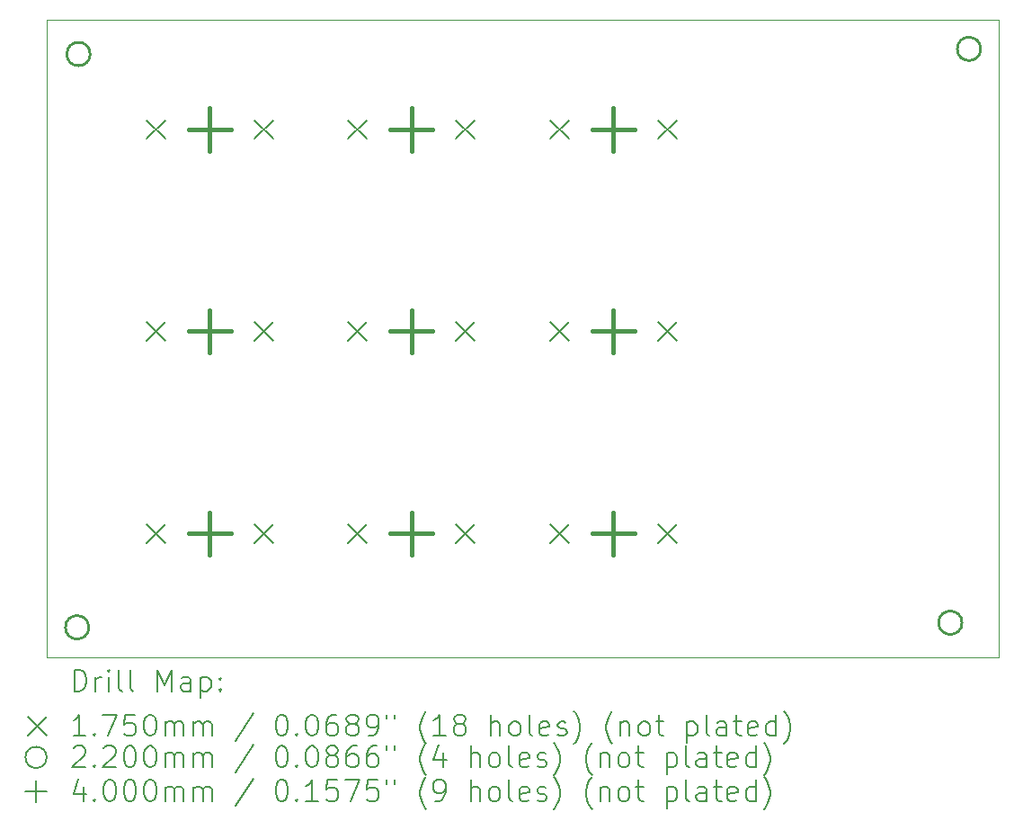
<source format=gbr>
%TF.GenerationSoftware,KiCad,Pcbnew,8.0.0*%
%TF.CreationDate,2024-03-13T16:51:16+05:30*%
%TF.ProjectId,CoryDora,436f7279-446f-4726-912e-6b696361645f,rev?*%
%TF.SameCoordinates,Original*%
%TF.FileFunction,Drillmap*%
%TF.FilePolarity,Positive*%
%FSLAX45Y45*%
G04 Gerber Fmt 4.5, Leading zero omitted, Abs format (unit mm)*
G04 Created by KiCad (PCBNEW 8.0.0) date 2024-03-13 16:51:16*
%MOMM*%
%LPD*%
G01*
G04 APERTURE LIST*
%ADD10C,0.050000*%
%ADD11C,0.200000*%
%ADD12C,0.175000*%
%ADD13C,0.220000*%
%ADD14C,0.400000*%
G04 APERTURE END LIST*
D10*
X8130540Y-8562286D02*
X17091660Y-8562286D01*
X17091660Y-14571926D01*
X8130540Y-14571926D01*
X8130540Y-8562286D01*
D11*
D12*
X9069000Y-9510826D02*
X9244000Y-9685826D01*
X9244000Y-9510826D02*
X9069000Y-9685826D01*
X9069000Y-11410826D02*
X9244000Y-11585826D01*
X9244000Y-11410826D02*
X9069000Y-11585826D01*
X9069000Y-13315826D02*
X9244000Y-13490826D01*
X9244000Y-13315826D02*
X9069000Y-13490826D01*
X10085000Y-9510826D02*
X10260000Y-9685826D01*
X10260000Y-9510826D02*
X10085000Y-9685826D01*
X10085000Y-11410826D02*
X10260000Y-11585826D01*
X10260000Y-11410826D02*
X10085000Y-11585826D01*
X10085000Y-13315826D02*
X10260000Y-13490826D01*
X10260000Y-13315826D02*
X10085000Y-13490826D01*
X10969000Y-9510826D02*
X11144000Y-9685826D01*
X11144000Y-9510826D02*
X10969000Y-9685826D01*
X10969000Y-11410826D02*
X11144000Y-11585826D01*
X11144000Y-11410826D02*
X10969000Y-11585826D01*
X10969000Y-13315826D02*
X11144000Y-13490826D01*
X11144000Y-13315826D02*
X10969000Y-13490826D01*
X11985000Y-9510826D02*
X12160000Y-9685826D01*
X12160000Y-9510826D02*
X11985000Y-9685826D01*
X11985000Y-11410826D02*
X12160000Y-11585826D01*
X12160000Y-11410826D02*
X11985000Y-11585826D01*
X11985000Y-13315826D02*
X12160000Y-13490826D01*
X12160000Y-13315826D02*
X11985000Y-13490826D01*
X12869000Y-9510826D02*
X13044000Y-9685826D01*
X13044000Y-9510826D02*
X12869000Y-9685826D01*
X12869000Y-11410826D02*
X13044000Y-11585826D01*
X13044000Y-11410826D02*
X12869000Y-11585826D01*
X12869000Y-13315826D02*
X13044000Y-13490826D01*
X13044000Y-13315826D02*
X12869000Y-13490826D01*
X13885000Y-9510826D02*
X14060000Y-9685826D01*
X14060000Y-9510826D02*
X13885000Y-9685826D01*
X13885000Y-11410826D02*
X14060000Y-11585826D01*
X14060000Y-11410826D02*
X13885000Y-11585826D01*
X13885000Y-13315826D02*
X14060000Y-13490826D01*
X14060000Y-13315826D02*
X13885000Y-13490826D01*
D13*
X8525020Y-14284906D02*
G75*
G02*
X8305020Y-14284906I-110000J0D01*
G01*
X8305020Y-14284906D02*
G75*
G02*
X8525020Y-14284906I110000J0D01*
G01*
X8537720Y-8887406D02*
G75*
G02*
X8317720Y-8887406I-110000J0D01*
G01*
X8317720Y-8887406D02*
G75*
G02*
X8537720Y-8887406I110000J0D01*
G01*
X16749540Y-14241726D02*
G75*
G02*
X16529540Y-14241726I-110000J0D01*
G01*
X16529540Y-14241726D02*
G75*
G02*
X16749540Y-14241726I110000J0D01*
G01*
X16924800Y-8839146D02*
G75*
G02*
X16704800Y-8839146I-110000J0D01*
G01*
X16704800Y-8839146D02*
G75*
G02*
X16924800Y-8839146I110000J0D01*
G01*
D14*
X9664500Y-9398326D02*
X9664500Y-9798326D01*
X9464500Y-9598326D02*
X9864500Y-9598326D01*
X9664500Y-11298326D02*
X9664500Y-11698326D01*
X9464500Y-11498326D02*
X9864500Y-11498326D01*
X9664500Y-13203326D02*
X9664500Y-13603326D01*
X9464500Y-13403326D02*
X9864500Y-13403326D01*
X11564500Y-9398326D02*
X11564500Y-9798326D01*
X11364500Y-9598326D02*
X11764500Y-9598326D01*
X11564500Y-11298326D02*
X11564500Y-11698326D01*
X11364500Y-11498326D02*
X11764500Y-11498326D01*
X11564500Y-13203326D02*
X11564500Y-13603326D01*
X11364500Y-13403326D02*
X11764500Y-13403326D01*
X13464500Y-9398326D02*
X13464500Y-9798326D01*
X13264500Y-9598326D02*
X13664500Y-9598326D01*
X13464500Y-11298326D02*
X13464500Y-11698326D01*
X13264500Y-11498326D02*
X13664500Y-11498326D01*
X13464500Y-13203326D02*
X13464500Y-13603326D01*
X13264500Y-13403326D02*
X13664500Y-13403326D01*
D11*
X8388817Y-14885910D02*
X8388817Y-14685910D01*
X8388817Y-14685910D02*
X8436436Y-14685910D01*
X8436436Y-14685910D02*
X8465007Y-14695434D01*
X8465007Y-14695434D02*
X8484055Y-14714481D01*
X8484055Y-14714481D02*
X8493579Y-14733529D01*
X8493579Y-14733529D02*
X8503103Y-14771624D01*
X8503103Y-14771624D02*
X8503103Y-14800196D01*
X8503103Y-14800196D02*
X8493579Y-14838291D01*
X8493579Y-14838291D02*
X8484055Y-14857338D01*
X8484055Y-14857338D02*
X8465007Y-14876386D01*
X8465007Y-14876386D02*
X8436436Y-14885910D01*
X8436436Y-14885910D02*
X8388817Y-14885910D01*
X8588817Y-14885910D02*
X8588817Y-14752577D01*
X8588817Y-14790672D02*
X8598341Y-14771624D01*
X8598341Y-14771624D02*
X8607864Y-14762100D01*
X8607864Y-14762100D02*
X8626912Y-14752577D01*
X8626912Y-14752577D02*
X8645960Y-14752577D01*
X8712626Y-14885910D02*
X8712626Y-14752577D01*
X8712626Y-14685910D02*
X8703103Y-14695434D01*
X8703103Y-14695434D02*
X8712626Y-14704958D01*
X8712626Y-14704958D02*
X8722150Y-14695434D01*
X8722150Y-14695434D02*
X8712626Y-14685910D01*
X8712626Y-14685910D02*
X8712626Y-14704958D01*
X8836436Y-14885910D02*
X8817388Y-14876386D01*
X8817388Y-14876386D02*
X8807864Y-14857338D01*
X8807864Y-14857338D02*
X8807864Y-14685910D01*
X8941198Y-14885910D02*
X8922150Y-14876386D01*
X8922150Y-14876386D02*
X8912626Y-14857338D01*
X8912626Y-14857338D02*
X8912626Y-14685910D01*
X9169769Y-14885910D02*
X9169769Y-14685910D01*
X9169769Y-14685910D02*
X9236436Y-14828767D01*
X9236436Y-14828767D02*
X9303103Y-14685910D01*
X9303103Y-14685910D02*
X9303103Y-14885910D01*
X9484055Y-14885910D02*
X9484055Y-14781148D01*
X9484055Y-14781148D02*
X9474531Y-14762100D01*
X9474531Y-14762100D02*
X9455484Y-14752577D01*
X9455484Y-14752577D02*
X9417388Y-14752577D01*
X9417388Y-14752577D02*
X9398341Y-14762100D01*
X9484055Y-14876386D02*
X9465007Y-14885910D01*
X9465007Y-14885910D02*
X9417388Y-14885910D01*
X9417388Y-14885910D02*
X9398341Y-14876386D01*
X9398341Y-14876386D02*
X9388817Y-14857338D01*
X9388817Y-14857338D02*
X9388817Y-14838291D01*
X9388817Y-14838291D02*
X9398341Y-14819243D01*
X9398341Y-14819243D02*
X9417388Y-14809719D01*
X9417388Y-14809719D02*
X9465007Y-14809719D01*
X9465007Y-14809719D02*
X9484055Y-14800196D01*
X9579293Y-14752577D02*
X9579293Y-14952577D01*
X9579293Y-14762100D02*
X9598341Y-14752577D01*
X9598341Y-14752577D02*
X9636436Y-14752577D01*
X9636436Y-14752577D02*
X9655484Y-14762100D01*
X9655484Y-14762100D02*
X9665007Y-14771624D01*
X9665007Y-14771624D02*
X9674531Y-14790672D01*
X9674531Y-14790672D02*
X9674531Y-14847815D01*
X9674531Y-14847815D02*
X9665007Y-14866862D01*
X9665007Y-14866862D02*
X9655484Y-14876386D01*
X9655484Y-14876386D02*
X9636436Y-14885910D01*
X9636436Y-14885910D02*
X9598341Y-14885910D01*
X9598341Y-14885910D02*
X9579293Y-14876386D01*
X9760245Y-14866862D02*
X9769769Y-14876386D01*
X9769769Y-14876386D02*
X9760245Y-14885910D01*
X9760245Y-14885910D02*
X9750722Y-14876386D01*
X9750722Y-14876386D02*
X9760245Y-14866862D01*
X9760245Y-14866862D02*
X9760245Y-14885910D01*
X9760245Y-14762100D02*
X9769769Y-14771624D01*
X9769769Y-14771624D02*
X9760245Y-14781148D01*
X9760245Y-14781148D02*
X9750722Y-14771624D01*
X9750722Y-14771624D02*
X9760245Y-14762100D01*
X9760245Y-14762100D02*
X9760245Y-14781148D01*
D12*
X7953040Y-15126926D02*
X8128040Y-15301926D01*
X8128040Y-15126926D02*
X7953040Y-15301926D01*
D11*
X8493579Y-15305910D02*
X8379293Y-15305910D01*
X8436436Y-15305910D02*
X8436436Y-15105910D01*
X8436436Y-15105910D02*
X8417388Y-15134481D01*
X8417388Y-15134481D02*
X8398341Y-15153529D01*
X8398341Y-15153529D02*
X8379293Y-15163053D01*
X8579293Y-15286862D02*
X8588817Y-15296386D01*
X8588817Y-15296386D02*
X8579293Y-15305910D01*
X8579293Y-15305910D02*
X8569769Y-15296386D01*
X8569769Y-15296386D02*
X8579293Y-15286862D01*
X8579293Y-15286862D02*
X8579293Y-15305910D01*
X8655484Y-15105910D02*
X8788817Y-15105910D01*
X8788817Y-15105910D02*
X8703103Y-15305910D01*
X8960245Y-15105910D02*
X8865007Y-15105910D01*
X8865007Y-15105910D02*
X8855484Y-15201148D01*
X8855484Y-15201148D02*
X8865007Y-15191624D01*
X8865007Y-15191624D02*
X8884055Y-15182100D01*
X8884055Y-15182100D02*
X8931674Y-15182100D01*
X8931674Y-15182100D02*
X8950722Y-15191624D01*
X8950722Y-15191624D02*
X8960245Y-15201148D01*
X8960245Y-15201148D02*
X8969769Y-15220196D01*
X8969769Y-15220196D02*
X8969769Y-15267815D01*
X8969769Y-15267815D02*
X8960245Y-15286862D01*
X8960245Y-15286862D02*
X8950722Y-15296386D01*
X8950722Y-15296386D02*
X8931674Y-15305910D01*
X8931674Y-15305910D02*
X8884055Y-15305910D01*
X8884055Y-15305910D02*
X8865007Y-15296386D01*
X8865007Y-15296386D02*
X8855484Y-15286862D01*
X9093579Y-15105910D02*
X9112626Y-15105910D01*
X9112626Y-15105910D02*
X9131674Y-15115434D01*
X9131674Y-15115434D02*
X9141198Y-15124958D01*
X9141198Y-15124958D02*
X9150722Y-15144005D01*
X9150722Y-15144005D02*
X9160245Y-15182100D01*
X9160245Y-15182100D02*
X9160245Y-15229719D01*
X9160245Y-15229719D02*
X9150722Y-15267815D01*
X9150722Y-15267815D02*
X9141198Y-15286862D01*
X9141198Y-15286862D02*
X9131674Y-15296386D01*
X9131674Y-15296386D02*
X9112626Y-15305910D01*
X9112626Y-15305910D02*
X9093579Y-15305910D01*
X9093579Y-15305910D02*
X9074531Y-15296386D01*
X9074531Y-15296386D02*
X9065007Y-15286862D01*
X9065007Y-15286862D02*
X9055484Y-15267815D01*
X9055484Y-15267815D02*
X9045960Y-15229719D01*
X9045960Y-15229719D02*
X9045960Y-15182100D01*
X9045960Y-15182100D02*
X9055484Y-15144005D01*
X9055484Y-15144005D02*
X9065007Y-15124958D01*
X9065007Y-15124958D02*
X9074531Y-15115434D01*
X9074531Y-15115434D02*
X9093579Y-15105910D01*
X9245960Y-15305910D02*
X9245960Y-15172577D01*
X9245960Y-15191624D02*
X9255484Y-15182100D01*
X9255484Y-15182100D02*
X9274531Y-15172577D01*
X9274531Y-15172577D02*
X9303103Y-15172577D01*
X9303103Y-15172577D02*
X9322150Y-15182100D01*
X9322150Y-15182100D02*
X9331674Y-15201148D01*
X9331674Y-15201148D02*
X9331674Y-15305910D01*
X9331674Y-15201148D02*
X9341198Y-15182100D01*
X9341198Y-15182100D02*
X9360245Y-15172577D01*
X9360245Y-15172577D02*
X9388817Y-15172577D01*
X9388817Y-15172577D02*
X9407865Y-15182100D01*
X9407865Y-15182100D02*
X9417388Y-15201148D01*
X9417388Y-15201148D02*
X9417388Y-15305910D01*
X9512626Y-15305910D02*
X9512626Y-15172577D01*
X9512626Y-15191624D02*
X9522150Y-15182100D01*
X9522150Y-15182100D02*
X9541198Y-15172577D01*
X9541198Y-15172577D02*
X9569769Y-15172577D01*
X9569769Y-15172577D02*
X9588817Y-15182100D01*
X9588817Y-15182100D02*
X9598341Y-15201148D01*
X9598341Y-15201148D02*
X9598341Y-15305910D01*
X9598341Y-15201148D02*
X9607865Y-15182100D01*
X9607865Y-15182100D02*
X9626912Y-15172577D01*
X9626912Y-15172577D02*
X9655484Y-15172577D01*
X9655484Y-15172577D02*
X9674531Y-15182100D01*
X9674531Y-15182100D02*
X9684055Y-15201148D01*
X9684055Y-15201148D02*
X9684055Y-15305910D01*
X10074531Y-15096386D02*
X9903103Y-15353529D01*
X10331674Y-15105910D02*
X10350722Y-15105910D01*
X10350722Y-15105910D02*
X10369769Y-15115434D01*
X10369769Y-15115434D02*
X10379293Y-15124958D01*
X10379293Y-15124958D02*
X10388817Y-15144005D01*
X10388817Y-15144005D02*
X10398341Y-15182100D01*
X10398341Y-15182100D02*
X10398341Y-15229719D01*
X10398341Y-15229719D02*
X10388817Y-15267815D01*
X10388817Y-15267815D02*
X10379293Y-15286862D01*
X10379293Y-15286862D02*
X10369769Y-15296386D01*
X10369769Y-15296386D02*
X10350722Y-15305910D01*
X10350722Y-15305910D02*
X10331674Y-15305910D01*
X10331674Y-15305910D02*
X10312627Y-15296386D01*
X10312627Y-15296386D02*
X10303103Y-15286862D01*
X10303103Y-15286862D02*
X10293579Y-15267815D01*
X10293579Y-15267815D02*
X10284055Y-15229719D01*
X10284055Y-15229719D02*
X10284055Y-15182100D01*
X10284055Y-15182100D02*
X10293579Y-15144005D01*
X10293579Y-15144005D02*
X10303103Y-15124958D01*
X10303103Y-15124958D02*
X10312627Y-15115434D01*
X10312627Y-15115434D02*
X10331674Y-15105910D01*
X10484055Y-15286862D02*
X10493579Y-15296386D01*
X10493579Y-15296386D02*
X10484055Y-15305910D01*
X10484055Y-15305910D02*
X10474531Y-15296386D01*
X10474531Y-15296386D02*
X10484055Y-15286862D01*
X10484055Y-15286862D02*
X10484055Y-15305910D01*
X10617388Y-15105910D02*
X10636436Y-15105910D01*
X10636436Y-15105910D02*
X10655484Y-15115434D01*
X10655484Y-15115434D02*
X10665008Y-15124958D01*
X10665008Y-15124958D02*
X10674531Y-15144005D01*
X10674531Y-15144005D02*
X10684055Y-15182100D01*
X10684055Y-15182100D02*
X10684055Y-15229719D01*
X10684055Y-15229719D02*
X10674531Y-15267815D01*
X10674531Y-15267815D02*
X10665008Y-15286862D01*
X10665008Y-15286862D02*
X10655484Y-15296386D01*
X10655484Y-15296386D02*
X10636436Y-15305910D01*
X10636436Y-15305910D02*
X10617388Y-15305910D01*
X10617388Y-15305910D02*
X10598341Y-15296386D01*
X10598341Y-15296386D02*
X10588817Y-15286862D01*
X10588817Y-15286862D02*
X10579293Y-15267815D01*
X10579293Y-15267815D02*
X10569769Y-15229719D01*
X10569769Y-15229719D02*
X10569769Y-15182100D01*
X10569769Y-15182100D02*
X10579293Y-15144005D01*
X10579293Y-15144005D02*
X10588817Y-15124958D01*
X10588817Y-15124958D02*
X10598341Y-15115434D01*
X10598341Y-15115434D02*
X10617388Y-15105910D01*
X10855484Y-15105910D02*
X10817388Y-15105910D01*
X10817388Y-15105910D02*
X10798341Y-15115434D01*
X10798341Y-15115434D02*
X10788817Y-15124958D01*
X10788817Y-15124958D02*
X10769769Y-15153529D01*
X10769769Y-15153529D02*
X10760246Y-15191624D01*
X10760246Y-15191624D02*
X10760246Y-15267815D01*
X10760246Y-15267815D02*
X10769769Y-15286862D01*
X10769769Y-15286862D02*
X10779293Y-15296386D01*
X10779293Y-15296386D02*
X10798341Y-15305910D01*
X10798341Y-15305910D02*
X10836436Y-15305910D01*
X10836436Y-15305910D02*
X10855484Y-15296386D01*
X10855484Y-15296386D02*
X10865008Y-15286862D01*
X10865008Y-15286862D02*
X10874531Y-15267815D01*
X10874531Y-15267815D02*
X10874531Y-15220196D01*
X10874531Y-15220196D02*
X10865008Y-15201148D01*
X10865008Y-15201148D02*
X10855484Y-15191624D01*
X10855484Y-15191624D02*
X10836436Y-15182100D01*
X10836436Y-15182100D02*
X10798341Y-15182100D01*
X10798341Y-15182100D02*
X10779293Y-15191624D01*
X10779293Y-15191624D02*
X10769769Y-15201148D01*
X10769769Y-15201148D02*
X10760246Y-15220196D01*
X10988817Y-15191624D02*
X10969769Y-15182100D01*
X10969769Y-15182100D02*
X10960246Y-15172577D01*
X10960246Y-15172577D02*
X10950722Y-15153529D01*
X10950722Y-15153529D02*
X10950722Y-15144005D01*
X10950722Y-15144005D02*
X10960246Y-15124958D01*
X10960246Y-15124958D02*
X10969769Y-15115434D01*
X10969769Y-15115434D02*
X10988817Y-15105910D01*
X10988817Y-15105910D02*
X11026912Y-15105910D01*
X11026912Y-15105910D02*
X11045960Y-15115434D01*
X11045960Y-15115434D02*
X11055484Y-15124958D01*
X11055484Y-15124958D02*
X11065008Y-15144005D01*
X11065008Y-15144005D02*
X11065008Y-15153529D01*
X11065008Y-15153529D02*
X11055484Y-15172577D01*
X11055484Y-15172577D02*
X11045960Y-15182100D01*
X11045960Y-15182100D02*
X11026912Y-15191624D01*
X11026912Y-15191624D02*
X10988817Y-15191624D01*
X10988817Y-15191624D02*
X10969769Y-15201148D01*
X10969769Y-15201148D02*
X10960246Y-15210672D01*
X10960246Y-15210672D02*
X10950722Y-15229719D01*
X10950722Y-15229719D02*
X10950722Y-15267815D01*
X10950722Y-15267815D02*
X10960246Y-15286862D01*
X10960246Y-15286862D02*
X10969769Y-15296386D01*
X10969769Y-15296386D02*
X10988817Y-15305910D01*
X10988817Y-15305910D02*
X11026912Y-15305910D01*
X11026912Y-15305910D02*
X11045960Y-15296386D01*
X11045960Y-15296386D02*
X11055484Y-15286862D01*
X11055484Y-15286862D02*
X11065008Y-15267815D01*
X11065008Y-15267815D02*
X11065008Y-15229719D01*
X11065008Y-15229719D02*
X11055484Y-15210672D01*
X11055484Y-15210672D02*
X11045960Y-15201148D01*
X11045960Y-15201148D02*
X11026912Y-15191624D01*
X11160246Y-15305910D02*
X11198341Y-15305910D01*
X11198341Y-15305910D02*
X11217388Y-15296386D01*
X11217388Y-15296386D02*
X11226912Y-15286862D01*
X11226912Y-15286862D02*
X11245960Y-15258291D01*
X11245960Y-15258291D02*
X11255484Y-15220196D01*
X11255484Y-15220196D02*
X11255484Y-15144005D01*
X11255484Y-15144005D02*
X11245960Y-15124958D01*
X11245960Y-15124958D02*
X11236436Y-15115434D01*
X11236436Y-15115434D02*
X11217388Y-15105910D01*
X11217388Y-15105910D02*
X11179293Y-15105910D01*
X11179293Y-15105910D02*
X11160246Y-15115434D01*
X11160246Y-15115434D02*
X11150722Y-15124958D01*
X11150722Y-15124958D02*
X11141198Y-15144005D01*
X11141198Y-15144005D02*
X11141198Y-15191624D01*
X11141198Y-15191624D02*
X11150722Y-15210672D01*
X11150722Y-15210672D02*
X11160246Y-15220196D01*
X11160246Y-15220196D02*
X11179293Y-15229719D01*
X11179293Y-15229719D02*
X11217388Y-15229719D01*
X11217388Y-15229719D02*
X11236436Y-15220196D01*
X11236436Y-15220196D02*
X11245960Y-15210672D01*
X11245960Y-15210672D02*
X11255484Y-15191624D01*
X11331674Y-15105910D02*
X11331674Y-15144005D01*
X11407865Y-15105910D02*
X11407865Y-15144005D01*
X11703103Y-15382100D02*
X11693579Y-15372577D01*
X11693579Y-15372577D02*
X11674531Y-15344005D01*
X11674531Y-15344005D02*
X11665008Y-15324958D01*
X11665008Y-15324958D02*
X11655484Y-15296386D01*
X11655484Y-15296386D02*
X11645960Y-15248767D01*
X11645960Y-15248767D02*
X11645960Y-15210672D01*
X11645960Y-15210672D02*
X11655484Y-15163053D01*
X11655484Y-15163053D02*
X11665008Y-15134481D01*
X11665008Y-15134481D02*
X11674531Y-15115434D01*
X11674531Y-15115434D02*
X11693579Y-15086862D01*
X11693579Y-15086862D02*
X11703103Y-15077338D01*
X11884055Y-15305910D02*
X11769769Y-15305910D01*
X11826912Y-15305910D02*
X11826912Y-15105910D01*
X11826912Y-15105910D02*
X11807865Y-15134481D01*
X11807865Y-15134481D02*
X11788817Y-15153529D01*
X11788817Y-15153529D02*
X11769769Y-15163053D01*
X11998341Y-15191624D02*
X11979293Y-15182100D01*
X11979293Y-15182100D02*
X11969769Y-15172577D01*
X11969769Y-15172577D02*
X11960246Y-15153529D01*
X11960246Y-15153529D02*
X11960246Y-15144005D01*
X11960246Y-15144005D02*
X11969769Y-15124958D01*
X11969769Y-15124958D02*
X11979293Y-15115434D01*
X11979293Y-15115434D02*
X11998341Y-15105910D01*
X11998341Y-15105910D02*
X12036436Y-15105910D01*
X12036436Y-15105910D02*
X12055484Y-15115434D01*
X12055484Y-15115434D02*
X12065008Y-15124958D01*
X12065008Y-15124958D02*
X12074531Y-15144005D01*
X12074531Y-15144005D02*
X12074531Y-15153529D01*
X12074531Y-15153529D02*
X12065008Y-15172577D01*
X12065008Y-15172577D02*
X12055484Y-15182100D01*
X12055484Y-15182100D02*
X12036436Y-15191624D01*
X12036436Y-15191624D02*
X11998341Y-15191624D01*
X11998341Y-15191624D02*
X11979293Y-15201148D01*
X11979293Y-15201148D02*
X11969769Y-15210672D01*
X11969769Y-15210672D02*
X11960246Y-15229719D01*
X11960246Y-15229719D02*
X11960246Y-15267815D01*
X11960246Y-15267815D02*
X11969769Y-15286862D01*
X11969769Y-15286862D02*
X11979293Y-15296386D01*
X11979293Y-15296386D02*
X11998341Y-15305910D01*
X11998341Y-15305910D02*
X12036436Y-15305910D01*
X12036436Y-15305910D02*
X12055484Y-15296386D01*
X12055484Y-15296386D02*
X12065008Y-15286862D01*
X12065008Y-15286862D02*
X12074531Y-15267815D01*
X12074531Y-15267815D02*
X12074531Y-15229719D01*
X12074531Y-15229719D02*
X12065008Y-15210672D01*
X12065008Y-15210672D02*
X12055484Y-15201148D01*
X12055484Y-15201148D02*
X12036436Y-15191624D01*
X12312627Y-15305910D02*
X12312627Y-15105910D01*
X12398341Y-15305910D02*
X12398341Y-15201148D01*
X12398341Y-15201148D02*
X12388817Y-15182100D01*
X12388817Y-15182100D02*
X12369770Y-15172577D01*
X12369770Y-15172577D02*
X12341198Y-15172577D01*
X12341198Y-15172577D02*
X12322150Y-15182100D01*
X12322150Y-15182100D02*
X12312627Y-15191624D01*
X12522150Y-15305910D02*
X12503103Y-15296386D01*
X12503103Y-15296386D02*
X12493579Y-15286862D01*
X12493579Y-15286862D02*
X12484055Y-15267815D01*
X12484055Y-15267815D02*
X12484055Y-15210672D01*
X12484055Y-15210672D02*
X12493579Y-15191624D01*
X12493579Y-15191624D02*
X12503103Y-15182100D01*
X12503103Y-15182100D02*
X12522150Y-15172577D01*
X12522150Y-15172577D02*
X12550722Y-15172577D01*
X12550722Y-15172577D02*
X12569770Y-15182100D01*
X12569770Y-15182100D02*
X12579293Y-15191624D01*
X12579293Y-15191624D02*
X12588817Y-15210672D01*
X12588817Y-15210672D02*
X12588817Y-15267815D01*
X12588817Y-15267815D02*
X12579293Y-15286862D01*
X12579293Y-15286862D02*
X12569770Y-15296386D01*
X12569770Y-15296386D02*
X12550722Y-15305910D01*
X12550722Y-15305910D02*
X12522150Y-15305910D01*
X12703103Y-15305910D02*
X12684055Y-15296386D01*
X12684055Y-15296386D02*
X12674531Y-15277338D01*
X12674531Y-15277338D02*
X12674531Y-15105910D01*
X12855484Y-15296386D02*
X12836436Y-15305910D01*
X12836436Y-15305910D02*
X12798341Y-15305910D01*
X12798341Y-15305910D02*
X12779293Y-15296386D01*
X12779293Y-15296386D02*
X12769770Y-15277338D01*
X12769770Y-15277338D02*
X12769770Y-15201148D01*
X12769770Y-15201148D02*
X12779293Y-15182100D01*
X12779293Y-15182100D02*
X12798341Y-15172577D01*
X12798341Y-15172577D02*
X12836436Y-15172577D01*
X12836436Y-15172577D02*
X12855484Y-15182100D01*
X12855484Y-15182100D02*
X12865008Y-15201148D01*
X12865008Y-15201148D02*
X12865008Y-15220196D01*
X12865008Y-15220196D02*
X12769770Y-15239243D01*
X12941198Y-15296386D02*
X12960246Y-15305910D01*
X12960246Y-15305910D02*
X12998341Y-15305910D01*
X12998341Y-15305910D02*
X13017389Y-15296386D01*
X13017389Y-15296386D02*
X13026912Y-15277338D01*
X13026912Y-15277338D02*
X13026912Y-15267815D01*
X13026912Y-15267815D02*
X13017389Y-15248767D01*
X13017389Y-15248767D02*
X12998341Y-15239243D01*
X12998341Y-15239243D02*
X12969770Y-15239243D01*
X12969770Y-15239243D02*
X12950722Y-15229719D01*
X12950722Y-15229719D02*
X12941198Y-15210672D01*
X12941198Y-15210672D02*
X12941198Y-15201148D01*
X12941198Y-15201148D02*
X12950722Y-15182100D01*
X12950722Y-15182100D02*
X12969770Y-15172577D01*
X12969770Y-15172577D02*
X12998341Y-15172577D01*
X12998341Y-15172577D02*
X13017389Y-15182100D01*
X13093579Y-15382100D02*
X13103103Y-15372577D01*
X13103103Y-15372577D02*
X13122151Y-15344005D01*
X13122151Y-15344005D02*
X13131674Y-15324958D01*
X13131674Y-15324958D02*
X13141198Y-15296386D01*
X13141198Y-15296386D02*
X13150722Y-15248767D01*
X13150722Y-15248767D02*
X13150722Y-15210672D01*
X13150722Y-15210672D02*
X13141198Y-15163053D01*
X13141198Y-15163053D02*
X13131674Y-15134481D01*
X13131674Y-15134481D02*
X13122151Y-15115434D01*
X13122151Y-15115434D02*
X13103103Y-15086862D01*
X13103103Y-15086862D02*
X13093579Y-15077338D01*
X13455484Y-15382100D02*
X13445960Y-15372577D01*
X13445960Y-15372577D02*
X13426912Y-15344005D01*
X13426912Y-15344005D02*
X13417389Y-15324958D01*
X13417389Y-15324958D02*
X13407865Y-15296386D01*
X13407865Y-15296386D02*
X13398341Y-15248767D01*
X13398341Y-15248767D02*
X13398341Y-15210672D01*
X13398341Y-15210672D02*
X13407865Y-15163053D01*
X13407865Y-15163053D02*
X13417389Y-15134481D01*
X13417389Y-15134481D02*
X13426912Y-15115434D01*
X13426912Y-15115434D02*
X13445960Y-15086862D01*
X13445960Y-15086862D02*
X13455484Y-15077338D01*
X13531674Y-15172577D02*
X13531674Y-15305910D01*
X13531674Y-15191624D02*
X13541198Y-15182100D01*
X13541198Y-15182100D02*
X13560246Y-15172577D01*
X13560246Y-15172577D02*
X13588817Y-15172577D01*
X13588817Y-15172577D02*
X13607865Y-15182100D01*
X13607865Y-15182100D02*
X13617389Y-15201148D01*
X13617389Y-15201148D02*
X13617389Y-15305910D01*
X13741198Y-15305910D02*
X13722151Y-15296386D01*
X13722151Y-15296386D02*
X13712627Y-15286862D01*
X13712627Y-15286862D02*
X13703103Y-15267815D01*
X13703103Y-15267815D02*
X13703103Y-15210672D01*
X13703103Y-15210672D02*
X13712627Y-15191624D01*
X13712627Y-15191624D02*
X13722151Y-15182100D01*
X13722151Y-15182100D02*
X13741198Y-15172577D01*
X13741198Y-15172577D02*
X13769770Y-15172577D01*
X13769770Y-15172577D02*
X13788817Y-15182100D01*
X13788817Y-15182100D02*
X13798341Y-15191624D01*
X13798341Y-15191624D02*
X13807865Y-15210672D01*
X13807865Y-15210672D02*
X13807865Y-15267815D01*
X13807865Y-15267815D02*
X13798341Y-15286862D01*
X13798341Y-15286862D02*
X13788817Y-15296386D01*
X13788817Y-15296386D02*
X13769770Y-15305910D01*
X13769770Y-15305910D02*
X13741198Y-15305910D01*
X13865008Y-15172577D02*
X13941198Y-15172577D01*
X13893579Y-15105910D02*
X13893579Y-15277338D01*
X13893579Y-15277338D02*
X13903103Y-15296386D01*
X13903103Y-15296386D02*
X13922151Y-15305910D01*
X13922151Y-15305910D02*
X13941198Y-15305910D01*
X14160246Y-15172577D02*
X14160246Y-15372577D01*
X14160246Y-15182100D02*
X14179293Y-15172577D01*
X14179293Y-15172577D02*
X14217389Y-15172577D01*
X14217389Y-15172577D02*
X14236436Y-15182100D01*
X14236436Y-15182100D02*
X14245960Y-15191624D01*
X14245960Y-15191624D02*
X14255484Y-15210672D01*
X14255484Y-15210672D02*
X14255484Y-15267815D01*
X14255484Y-15267815D02*
X14245960Y-15286862D01*
X14245960Y-15286862D02*
X14236436Y-15296386D01*
X14236436Y-15296386D02*
X14217389Y-15305910D01*
X14217389Y-15305910D02*
X14179293Y-15305910D01*
X14179293Y-15305910D02*
X14160246Y-15296386D01*
X14369770Y-15305910D02*
X14350722Y-15296386D01*
X14350722Y-15296386D02*
X14341198Y-15277338D01*
X14341198Y-15277338D02*
X14341198Y-15105910D01*
X14531674Y-15305910D02*
X14531674Y-15201148D01*
X14531674Y-15201148D02*
X14522151Y-15182100D01*
X14522151Y-15182100D02*
X14503103Y-15172577D01*
X14503103Y-15172577D02*
X14465008Y-15172577D01*
X14465008Y-15172577D02*
X14445960Y-15182100D01*
X14531674Y-15296386D02*
X14512627Y-15305910D01*
X14512627Y-15305910D02*
X14465008Y-15305910D01*
X14465008Y-15305910D02*
X14445960Y-15296386D01*
X14445960Y-15296386D02*
X14436436Y-15277338D01*
X14436436Y-15277338D02*
X14436436Y-15258291D01*
X14436436Y-15258291D02*
X14445960Y-15239243D01*
X14445960Y-15239243D02*
X14465008Y-15229719D01*
X14465008Y-15229719D02*
X14512627Y-15229719D01*
X14512627Y-15229719D02*
X14531674Y-15220196D01*
X14598341Y-15172577D02*
X14674532Y-15172577D01*
X14626913Y-15105910D02*
X14626913Y-15277338D01*
X14626913Y-15277338D02*
X14636436Y-15296386D01*
X14636436Y-15296386D02*
X14655484Y-15305910D01*
X14655484Y-15305910D02*
X14674532Y-15305910D01*
X14817389Y-15296386D02*
X14798341Y-15305910D01*
X14798341Y-15305910D02*
X14760246Y-15305910D01*
X14760246Y-15305910D02*
X14741198Y-15296386D01*
X14741198Y-15296386D02*
X14731674Y-15277338D01*
X14731674Y-15277338D02*
X14731674Y-15201148D01*
X14731674Y-15201148D02*
X14741198Y-15182100D01*
X14741198Y-15182100D02*
X14760246Y-15172577D01*
X14760246Y-15172577D02*
X14798341Y-15172577D01*
X14798341Y-15172577D02*
X14817389Y-15182100D01*
X14817389Y-15182100D02*
X14826913Y-15201148D01*
X14826913Y-15201148D02*
X14826913Y-15220196D01*
X14826913Y-15220196D02*
X14731674Y-15239243D01*
X14998341Y-15305910D02*
X14998341Y-15105910D01*
X14998341Y-15296386D02*
X14979294Y-15305910D01*
X14979294Y-15305910D02*
X14941198Y-15305910D01*
X14941198Y-15305910D02*
X14922151Y-15296386D01*
X14922151Y-15296386D02*
X14912627Y-15286862D01*
X14912627Y-15286862D02*
X14903103Y-15267815D01*
X14903103Y-15267815D02*
X14903103Y-15210672D01*
X14903103Y-15210672D02*
X14912627Y-15191624D01*
X14912627Y-15191624D02*
X14922151Y-15182100D01*
X14922151Y-15182100D02*
X14941198Y-15172577D01*
X14941198Y-15172577D02*
X14979294Y-15172577D01*
X14979294Y-15172577D02*
X14998341Y-15182100D01*
X15074532Y-15382100D02*
X15084055Y-15372577D01*
X15084055Y-15372577D02*
X15103103Y-15344005D01*
X15103103Y-15344005D02*
X15112627Y-15324958D01*
X15112627Y-15324958D02*
X15122151Y-15296386D01*
X15122151Y-15296386D02*
X15131674Y-15248767D01*
X15131674Y-15248767D02*
X15131674Y-15210672D01*
X15131674Y-15210672D02*
X15122151Y-15163053D01*
X15122151Y-15163053D02*
X15112627Y-15134481D01*
X15112627Y-15134481D02*
X15103103Y-15115434D01*
X15103103Y-15115434D02*
X15084055Y-15086862D01*
X15084055Y-15086862D02*
X15074532Y-15077338D01*
X8128040Y-15509426D02*
G75*
G02*
X7928040Y-15509426I-100000J0D01*
G01*
X7928040Y-15509426D02*
G75*
G02*
X8128040Y-15509426I100000J0D01*
G01*
X8379293Y-15419958D02*
X8388817Y-15410434D01*
X8388817Y-15410434D02*
X8407864Y-15400910D01*
X8407864Y-15400910D02*
X8455484Y-15400910D01*
X8455484Y-15400910D02*
X8474531Y-15410434D01*
X8474531Y-15410434D02*
X8484055Y-15419958D01*
X8484055Y-15419958D02*
X8493579Y-15439005D01*
X8493579Y-15439005D02*
X8493579Y-15458053D01*
X8493579Y-15458053D02*
X8484055Y-15486624D01*
X8484055Y-15486624D02*
X8369769Y-15600910D01*
X8369769Y-15600910D02*
X8493579Y-15600910D01*
X8579293Y-15581862D02*
X8588817Y-15591386D01*
X8588817Y-15591386D02*
X8579293Y-15600910D01*
X8579293Y-15600910D02*
X8569769Y-15591386D01*
X8569769Y-15591386D02*
X8579293Y-15581862D01*
X8579293Y-15581862D02*
X8579293Y-15600910D01*
X8665007Y-15419958D02*
X8674531Y-15410434D01*
X8674531Y-15410434D02*
X8693579Y-15400910D01*
X8693579Y-15400910D02*
X8741198Y-15400910D01*
X8741198Y-15400910D02*
X8760245Y-15410434D01*
X8760245Y-15410434D02*
X8769769Y-15419958D01*
X8769769Y-15419958D02*
X8779293Y-15439005D01*
X8779293Y-15439005D02*
X8779293Y-15458053D01*
X8779293Y-15458053D02*
X8769769Y-15486624D01*
X8769769Y-15486624D02*
X8655484Y-15600910D01*
X8655484Y-15600910D02*
X8779293Y-15600910D01*
X8903103Y-15400910D02*
X8922150Y-15400910D01*
X8922150Y-15400910D02*
X8941198Y-15410434D01*
X8941198Y-15410434D02*
X8950722Y-15419958D01*
X8950722Y-15419958D02*
X8960245Y-15439005D01*
X8960245Y-15439005D02*
X8969769Y-15477100D01*
X8969769Y-15477100D02*
X8969769Y-15524719D01*
X8969769Y-15524719D02*
X8960245Y-15562815D01*
X8960245Y-15562815D02*
X8950722Y-15581862D01*
X8950722Y-15581862D02*
X8941198Y-15591386D01*
X8941198Y-15591386D02*
X8922150Y-15600910D01*
X8922150Y-15600910D02*
X8903103Y-15600910D01*
X8903103Y-15600910D02*
X8884055Y-15591386D01*
X8884055Y-15591386D02*
X8874531Y-15581862D01*
X8874531Y-15581862D02*
X8865007Y-15562815D01*
X8865007Y-15562815D02*
X8855484Y-15524719D01*
X8855484Y-15524719D02*
X8855484Y-15477100D01*
X8855484Y-15477100D02*
X8865007Y-15439005D01*
X8865007Y-15439005D02*
X8874531Y-15419958D01*
X8874531Y-15419958D02*
X8884055Y-15410434D01*
X8884055Y-15410434D02*
X8903103Y-15400910D01*
X9093579Y-15400910D02*
X9112626Y-15400910D01*
X9112626Y-15400910D02*
X9131674Y-15410434D01*
X9131674Y-15410434D02*
X9141198Y-15419958D01*
X9141198Y-15419958D02*
X9150722Y-15439005D01*
X9150722Y-15439005D02*
X9160245Y-15477100D01*
X9160245Y-15477100D02*
X9160245Y-15524719D01*
X9160245Y-15524719D02*
X9150722Y-15562815D01*
X9150722Y-15562815D02*
X9141198Y-15581862D01*
X9141198Y-15581862D02*
X9131674Y-15591386D01*
X9131674Y-15591386D02*
X9112626Y-15600910D01*
X9112626Y-15600910D02*
X9093579Y-15600910D01*
X9093579Y-15600910D02*
X9074531Y-15591386D01*
X9074531Y-15591386D02*
X9065007Y-15581862D01*
X9065007Y-15581862D02*
X9055484Y-15562815D01*
X9055484Y-15562815D02*
X9045960Y-15524719D01*
X9045960Y-15524719D02*
X9045960Y-15477100D01*
X9045960Y-15477100D02*
X9055484Y-15439005D01*
X9055484Y-15439005D02*
X9065007Y-15419958D01*
X9065007Y-15419958D02*
X9074531Y-15410434D01*
X9074531Y-15410434D02*
X9093579Y-15400910D01*
X9245960Y-15600910D02*
X9245960Y-15467577D01*
X9245960Y-15486624D02*
X9255484Y-15477100D01*
X9255484Y-15477100D02*
X9274531Y-15467577D01*
X9274531Y-15467577D02*
X9303103Y-15467577D01*
X9303103Y-15467577D02*
X9322150Y-15477100D01*
X9322150Y-15477100D02*
X9331674Y-15496148D01*
X9331674Y-15496148D02*
X9331674Y-15600910D01*
X9331674Y-15496148D02*
X9341198Y-15477100D01*
X9341198Y-15477100D02*
X9360245Y-15467577D01*
X9360245Y-15467577D02*
X9388817Y-15467577D01*
X9388817Y-15467577D02*
X9407865Y-15477100D01*
X9407865Y-15477100D02*
X9417388Y-15496148D01*
X9417388Y-15496148D02*
X9417388Y-15600910D01*
X9512626Y-15600910D02*
X9512626Y-15467577D01*
X9512626Y-15486624D02*
X9522150Y-15477100D01*
X9522150Y-15477100D02*
X9541198Y-15467577D01*
X9541198Y-15467577D02*
X9569769Y-15467577D01*
X9569769Y-15467577D02*
X9588817Y-15477100D01*
X9588817Y-15477100D02*
X9598341Y-15496148D01*
X9598341Y-15496148D02*
X9598341Y-15600910D01*
X9598341Y-15496148D02*
X9607865Y-15477100D01*
X9607865Y-15477100D02*
X9626912Y-15467577D01*
X9626912Y-15467577D02*
X9655484Y-15467577D01*
X9655484Y-15467577D02*
X9674531Y-15477100D01*
X9674531Y-15477100D02*
X9684055Y-15496148D01*
X9684055Y-15496148D02*
X9684055Y-15600910D01*
X10074531Y-15391386D02*
X9903103Y-15648529D01*
X10331674Y-15400910D02*
X10350722Y-15400910D01*
X10350722Y-15400910D02*
X10369769Y-15410434D01*
X10369769Y-15410434D02*
X10379293Y-15419958D01*
X10379293Y-15419958D02*
X10388817Y-15439005D01*
X10388817Y-15439005D02*
X10398341Y-15477100D01*
X10398341Y-15477100D02*
X10398341Y-15524719D01*
X10398341Y-15524719D02*
X10388817Y-15562815D01*
X10388817Y-15562815D02*
X10379293Y-15581862D01*
X10379293Y-15581862D02*
X10369769Y-15591386D01*
X10369769Y-15591386D02*
X10350722Y-15600910D01*
X10350722Y-15600910D02*
X10331674Y-15600910D01*
X10331674Y-15600910D02*
X10312627Y-15591386D01*
X10312627Y-15591386D02*
X10303103Y-15581862D01*
X10303103Y-15581862D02*
X10293579Y-15562815D01*
X10293579Y-15562815D02*
X10284055Y-15524719D01*
X10284055Y-15524719D02*
X10284055Y-15477100D01*
X10284055Y-15477100D02*
X10293579Y-15439005D01*
X10293579Y-15439005D02*
X10303103Y-15419958D01*
X10303103Y-15419958D02*
X10312627Y-15410434D01*
X10312627Y-15410434D02*
X10331674Y-15400910D01*
X10484055Y-15581862D02*
X10493579Y-15591386D01*
X10493579Y-15591386D02*
X10484055Y-15600910D01*
X10484055Y-15600910D02*
X10474531Y-15591386D01*
X10474531Y-15591386D02*
X10484055Y-15581862D01*
X10484055Y-15581862D02*
X10484055Y-15600910D01*
X10617388Y-15400910D02*
X10636436Y-15400910D01*
X10636436Y-15400910D02*
X10655484Y-15410434D01*
X10655484Y-15410434D02*
X10665008Y-15419958D01*
X10665008Y-15419958D02*
X10674531Y-15439005D01*
X10674531Y-15439005D02*
X10684055Y-15477100D01*
X10684055Y-15477100D02*
X10684055Y-15524719D01*
X10684055Y-15524719D02*
X10674531Y-15562815D01*
X10674531Y-15562815D02*
X10665008Y-15581862D01*
X10665008Y-15581862D02*
X10655484Y-15591386D01*
X10655484Y-15591386D02*
X10636436Y-15600910D01*
X10636436Y-15600910D02*
X10617388Y-15600910D01*
X10617388Y-15600910D02*
X10598341Y-15591386D01*
X10598341Y-15591386D02*
X10588817Y-15581862D01*
X10588817Y-15581862D02*
X10579293Y-15562815D01*
X10579293Y-15562815D02*
X10569769Y-15524719D01*
X10569769Y-15524719D02*
X10569769Y-15477100D01*
X10569769Y-15477100D02*
X10579293Y-15439005D01*
X10579293Y-15439005D02*
X10588817Y-15419958D01*
X10588817Y-15419958D02*
X10598341Y-15410434D01*
X10598341Y-15410434D02*
X10617388Y-15400910D01*
X10798341Y-15486624D02*
X10779293Y-15477100D01*
X10779293Y-15477100D02*
X10769769Y-15467577D01*
X10769769Y-15467577D02*
X10760246Y-15448529D01*
X10760246Y-15448529D02*
X10760246Y-15439005D01*
X10760246Y-15439005D02*
X10769769Y-15419958D01*
X10769769Y-15419958D02*
X10779293Y-15410434D01*
X10779293Y-15410434D02*
X10798341Y-15400910D01*
X10798341Y-15400910D02*
X10836436Y-15400910D01*
X10836436Y-15400910D02*
X10855484Y-15410434D01*
X10855484Y-15410434D02*
X10865008Y-15419958D01*
X10865008Y-15419958D02*
X10874531Y-15439005D01*
X10874531Y-15439005D02*
X10874531Y-15448529D01*
X10874531Y-15448529D02*
X10865008Y-15467577D01*
X10865008Y-15467577D02*
X10855484Y-15477100D01*
X10855484Y-15477100D02*
X10836436Y-15486624D01*
X10836436Y-15486624D02*
X10798341Y-15486624D01*
X10798341Y-15486624D02*
X10779293Y-15496148D01*
X10779293Y-15496148D02*
X10769769Y-15505672D01*
X10769769Y-15505672D02*
X10760246Y-15524719D01*
X10760246Y-15524719D02*
X10760246Y-15562815D01*
X10760246Y-15562815D02*
X10769769Y-15581862D01*
X10769769Y-15581862D02*
X10779293Y-15591386D01*
X10779293Y-15591386D02*
X10798341Y-15600910D01*
X10798341Y-15600910D02*
X10836436Y-15600910D01*
X10836436Y-15600910D02*
X10855484Y-15591386D01*
X10855484Y-15591386D02*
X10865008Y-15581862D01*
X10865008Y-15581862D02*
X10874531Y-15562815D01*
X10874531Y-15562815D02*
X10874531Y-15524719D01*
X10874531Y-15524719D02*
X10865008Y-15505672D01*
X10865008Y-15505672D02*
X10855484Y-15496148D01*
X10855484Y-15496148D02*
X10836436Y-15486624D01*
X11045960Y-15400910D02*
X11007865Y-15400910D01*
X11007865Y-15400910D02*
X10988817Y-15410434D01*
X10988817Y-15410434D02*
X10979293Y-15419958D01*
X10979293Y-15419958D02*
X10960246Y-15448529D01*
X10960246Y-15448529D02*
X10950722Y-15486624D01*
X10950722Y-15486624D02*
X10950722Y-15562815D01*
X10950722Y-15562815D02*
X10960246Y-15581862D01*
X10960246Y-15581862D02*
X10969769Y-15591386D01*
X10969769Y-15591386D02*
X10988817Y-15600910D01*
X10988817Y-15600910D02*
X11026912Y-15600910D01*
X11026912Y-15600910D02*
X11045960Y-15591386D01*
X11045960Y-15591386D02*
X11055484Y-15581862D01*
X11055484Y-15581862D02*
X11065008Y-15562815D01*
X11065008Y-15562815D02*
X11065008Y-15515196D01*
X11065008Y-15515196D02*
X11055484Y-15496148D01*
X11055484Y-15496148D02*
X11045960Y-15486624D01*
X11045960Y-15486624D02*
X11026912Y-15477100D01*
X11026912Y-15477100D02*
X10988817Y-15477100D01*
X10988817Y-15477100D02*
X10969769Y-15486624D01*
X10969769Y-15486624D02*
X10960246Y-15496148D01*
X10960246Y-15496148D02*
X10950722Y-15515196D01*
X11236436Y-15400910D02*
X11198341Y-15400910D01*
X11198341Y-15400910D02*
X11179293Y-15410434D01*
X11179293Y-15410434D02*
X11169769Y-15419958D01*
X11169769Y-15419958D02*
X11150722Y-15448529D01*
X11150722Y-15448529D02*
X11141198Y-15486624D01*
X11141198Y-15486624D02*
X11141198Y-15562815D01*
X11141198Y-15562815D02*
X11150722Y-15581862D01*
X11150722Y-15581862D02*
X11160246Y-15591386D01*
X11160246Y-15591386D02*
X11179293Y-15600910D01*
X11179293Y-15600910D02*
X11217388Y-15600910D01*
X11217388Y-15600910D02*
X11236436Y-15591386D01*
X11236436Y-15591386D02*
X11245960Y-15581862D01*
X11245960Y-15581862D02*
X11255484Y-15562815D01*
X11255484Y-15562815D02*
X11255484Y-15515196D01*
X11255484Y-15515196D02*
X11245960Y-15496148D01*
X11245960Y-15496148D02*
X11236436Y-15486624D01*
X11236436Y-15486624D02*
X11217388Y-15477100D01*
X11217388Y-15477100D02*
X11179293Y-15477100D01*
X11179293Y-15477100D02*
X11160246Y-15486624D01*
X11160246Y-15486624D02*
X11150722Y-15496148D01*
X11150722Y-15496148D02*
X11141198Y-15515196D01*
X11331674Y-15400910D02*
X11331674Y-15439005D01*
X11407865Y-15400910D02*
X11407865Y-15439005D01*
X11703103Y-15677100D02*
X11693579Y-15667577D01*
X11693579Y-15667577D02*
X11674531Y-15639005D01*
X11674531Y-15639005D02*
X11665008Y-15619958D01*
X11665008Y-15619958D02*
X11655484Y-15591386D01*
X11655484Y-15591386D02*
X11645960Y-15543767D01*
X11645960Y-15543767D02*
X11645960Y-15505672D01*
X11645960Y-15505672D02*
X11655484Y-15458053D01*
X11655484Y-15458053D02*
X11665008Y-15429481D01*
X11665008Y-15429481D02*
X11674531Y-15410434D01*
X11674531Y-15410434D02*
X11693579Y-15381862D01*
X11693579Y-15381862D02*
X11703103Y-15372338D01*
X11865008Y-15467577D02*
X11865008Y-15600910D01*
X11817388Y-15391386D02*
X11769769Y-15534243D01*
X11769769Y-15534243D02*
X11893579Y-15534243D01*
X12122150Y-15600910D02*
X12122150Y-15400910D01*
X12207865Y-15600910D02*
X12207865Y-15496148D01*
X12207865Y-15496148D02*
X12198341Y-15477100D01*
X12198341Y-15477100D02*
X12179293Y-15467577D01*
X12179293Y-15467577D02*
X12150722Y-15467577D01*
X12150722Y-15467577D02*
X12131674Y-15477100D01*
X12131674Y-15477100D02*
X12122150Y-15486624D01*
X12331674Y-15600910D02*
X12312627Y-15591386D01*
X12312627Y-15591386D02*
X12303103Y-15581862D01*
X12303103Y-15581862D02*
X12293579Y-15562815D01*
X12293579Y-15562815D02*
X12293579Y-15505672D01*
X12293579Y-15505672D02*
X12303103Y-15486624D01*
X12303103Y-15486624D02*
X12312627Y-15477100D01*
X12312627Y-15477100D02*
X12331674Y-15467577D01*
X12331674Y-15467577D02*
X12360246Y-15467577D01*
X12360246Y-15467577D02*
X12379293Y-15477100D01*
X12379293Y-15477100D02*
X12388817Y-15486624D01*
X12388817Y-15486624D02*
X12398341Y-15505672D01*
X12398341Y-15505672D02*
X12398341Y-15562815D01*
X12398341Y-15562815D02*
X12388817Y-15581862D01*
X12388817Y-15581862D02*
X12379293Y-15591386D01*
X12379293Y-15591386D02*
X12360246Y-15600910D01*
X12360246Y-15600910D02*
X12331674Y-15600910D01*
X12512627Y-15600910D02*
X12493579Y-15591386D01*
X12493579Y-15591386D02*
X12484055Y-15572338D01*
X12484055Y-15572338D02*
X12484055Y-15400910D01*
X12665008Y-15591386D02*
X12645960Y-15600910D01*
X12645960Y-15600910D02*
X12607865Y-15600910D01*
X12607865Y-15600910D02*
X12588817Y-15591386D01*
X12588817Y-15591386D02*
X12579293Y-15572338D01*
X12579293Y-15572338D02*
X12579293Y-15496148D01*
X12579293Y-15496148D02*
X12588817Y-15477100D01*
X12588817Y-15477100D02*
X12607865Y-15467577D01*
X12607865Y-15467577D02*
X12645960Y-15467577D01*
X12645960Y-15467577D02*
X12665008Y-15477100D01*
X12665008Y-15477100D02*
X12674531Y-15496148D01*
X12674531Y-15496148D02*
X12674531Y-15515196D01*
X12674531Y-15515196D02*
X12579293Y-15534243D01*
X12750722Y-15591386D02*
X12769770Y-15600910D01*
X12769770Y-15600910D02*
X12807865Y-15600910D01*
X12807865Y-15600910D02*
X12826912Y-15591386D01*
X12826912Y-15591386D02*
X12836436Y-15572338D01*
X12836436Y-15572338D02*
X12836436Y-15562815D01*
X12836436Y-15562815D02*
X12826912Y-15543767D01*
X12826912Y-15543767D02*
X12807865Y-15534243D01*
X12807865Y-15534243D02*
X12779293Y-15534243D01*
X12779293Y-15534243D02*
X12760246Y-15524719D01*
X12760246Y-15524719D02*
X12750722Y-15505672D01*
X12750722Y-15505672D02*
X12750722Y-15496148D01*
X12750722Y-15496148D02*
X12760246Y-15477100D01*
X12760246Y-15477100D02*
X12779293Y-15467577D01*
X12779293Y-15467577D02*
X12807865Y-15467577D01*
X12807865Y-15467577D02*
X12826912Y-15477100D01*
X12903103Y-15677100D02*
X12912627Y-15667577D01*
X12912627Y-15667577D02*
X12931674Y-15639005D01*
X12931674Y-15639005D02*
X12941198Y-15619958D01*
X12941198Y-15619958D02*
X12950722Y-15591386D01*
X12950722Y-15591386D02*
X12960246Y-15543767D01*
X12960246Y-15543767D02*
X12960246Y-15505672D01*
X12960246Y-15505672D02*
X12950722Y-15458053D01*
X12950722Y-15458053D02*
X12941198Y-15429481D01*
X12941198Y-15429481D02*
X12931674Y-15410434D01*
X12931674Y-15410434D02*
X12912627Y-15381862D01*
X12912627Y-15381862D02*
X12903103Y-15372338D01*
X13265008Y-15677100D02*
X13255484Y-15667577D01*
X13255484Y-15667577D02*
X13236436Y-15639005D01*
X13236436Y-15639005D02*
X13226912Y-15619958D01*
X13226912Y-15619958D02*
X13217389Y-15591386D01*
X13217389Y-15591386D02*
X13207865Y-15543767D01*
X13207865Y-15543767D02*
X13207865Y-15505672D01*
X13207865Y-15505672D02*
X13217389Y-15458053D01*
X13217389Y-15458053D02*
X13226912Y-15429481D01*
X13226912Y-15429481D02*
X13236436Y-15410434D01*
X13236436Y-15410434D02*
X13255484Y-15381862D01*
X13255484Y-15381862D02*
X13265008Y-15372338D01*
X13341198Y-15467577D02*
X13341198Y-15600910D01*
X13341198Y-15486624D02*
X13350722Y-15477100D01*
X13350722Y-15477100D02*
X13369770Y-15467577D01*
X13369770Y-15467577D02*
X13398341Y-15467577D01*
X13398341Y-15467577D02*
X13417389Y-15477100D01*
X13417389Y-15477100D02*
X13426912Y-15496148D01*
X13426912Y-15496148D02*
X13426912Y-15600910D01*
X13550722Y-15600910D02*
X13531674Y-15591386D01*
X13531674Y-15591386D02*
X13522151Y-15581862D01*
X13522151Y-15581862D02*
X13512627Y-15562815D01*
X13512627Y-15562815D02*
X13512627Y-15505672D01*
X13512627Y-15505672D02*
X13522151Y-15486624D01*
X13522151Y-15486624D02*
X13531674Y-15477100D01*
X13531674Y-15477100D02*
X13550722Y-15467577D01*
X13550722Y-15467577D02*
X13579293Y-15467577D01*
X13579293Y-15467577D02*
X13598341Y-15477100D01*
X13598341Y-15477100D02*
X13607865Y-15486624D01*
X13607865Y-15486624D02*
X13617389Y-15505672D01*
X13617389Y-15505672D02*
X13617389Y-15562815D01*
X13617389Y-15562815D02*
X13607865Y-15581862D01*
X13607865Y-15581862D02*
X13598341Y-15591386D01*
X13598341Y-15591386D02*
X13579293Y-15600910D01*
X13579293Y-15600910D02*
X13550722Y-15600910D01*
X13674532Y-15467577D02*
X13750722Y-15467577D01*
X13703103Y-15400910D02*
X13703103Y-15572338D01*
X13703103Y-15572338D02*
X13712627Y-15591386D01*
X13712627Y-15591386D02*
X13731674Y-15600910D01*
X13731674Y-15600910D02*
X13750722Y-15600910D01*
X13969770Y-15467577D02*
X13969770Y-15667577D01*
X13969770Y-15477100D02*
X13988817Y-15467577D01*
X13988817Y-15467577D02*
X14026913Y-15467577D01*
X14026913Y-15467577D02*
X14045960Y-15477100D01*
X14045960Y-15477100D02*
X14055484Y-15486624D01*
X14055484Y-15486624D02*
X14065008Y-15505672D01*
X14065008Y-15505672D02*
X14065008Y-15562815D01*
X14065008Y-15562815D02*
X14055484Y-15581862D01*
X14055484Y-15581862D02*
X14045960Y-15591386D01*
X14045960Y-15591386D02*
X14026913Y-15600910D01*
X14026913Y-15600910D02*
X13988817Y-15600910D01*
X13988817Y-15600910D02*
X13969770Y-15591386D01*
X14179293Y-15600910D02*
X14160246Y-15591386D01*
X14160246Y-15591386D02*
X14150722Y-15572338D01*
X14150722Y-15572338D02*
X14150722Y-15400910D01*
X14341198Y-15600910D02*
X14341198Y-15496148D01*
X14341198Y-15496148D02*
X14331674Y-15477100D01*
X14331674Y-15477100D02*
X14312627Y-15467577D01*
X14312627Y-15467577D02*
X14274532Y-15467577D01*
X14274532Y-15467577D02*
X14255484Y-15477100D01*
X14341198Y-15591386D02*
X14322151Y-15600910D01*
X14322151Y-15600910D02*
X14274532Y-15600910D01*
X14274532Y-15600910D02*
X14255484Y-15591386D01*
X14255484Y-15591386D02*
X14245960Y-15572338D01*
X14245960Y-15572338D02*
X14245960Y-15553291D01*
X14245960Y-15553291D02*
X14255484Y-15534243D01*
X14255484Y-15534243D02*
X14274532Y-15524719D01*
X14274532Y-15524719D02*
X14322151Y-15524719D01*
X14322151Y-15524719D02*
X14341198Y-15515196D01*
X14407865Y-15467577D02*
X14484055Y-15467577D01*
X14436436Y-15400910D02*
X14436436Y-15572338D01*
X14436436Y-15572338D02*
X14445960Y-15591386D01*
X14445960Y-15591386D02*
X14465008Y-15600910D01*
X14465008Y-15600910D02*
X14484055Y-15600910D01*
X14626913Y-15591386D02*
X14607865Y-15600910D01*
X14607865Y-15600910D02*
X14569770Y-15600910D01*
X14569770Y-15600910D02*
X14550722Y-15591386D01*
X14550722Y-15591386D02*
X14541198Y-15572338D01*
X14541198Y-15572338D02*
X14541198Y-15496148D01*
X14541198Y-15496148D02*
X14550722Y-15477100D01*
X14550722Y-15477100D02*
X14569770Y-15467577D01*
X14569770Y-15467577D02*
X14607865Y-15467577D01*
X14607865Y-15467577D02*
X14626913Y-15477100D01*
X14626913Y-15477100D02*
X14636436Y-15496148D01*
X14636436Y-15496148D02*
X14636436Y-15515196D01*
X14636436Y-15515196D02*
X14541198Y-15534243D01*
X14807865Y-15600910D02*
X14807865Y-15400910D01*
X14807865Y-15591386D02*
X14788817Y-15600910D01*
X14788817Y-15600910D02*
X14750722Y-15600910D01*
X14750722Y-15600910D02*
X14731674Y-15591386D01*
X14731674Y-15591386D02*
X14722151Y-15581862D01*
X14722151Y-15581862D02*
X14712627Y-15562815D01*
X14712627Y-15562815D02*
X14712627Y-15505672D01*
X14712627Y-15505672D02*
X14722151Y-15486624D01*
X14722151Y-15486624D02*
X14731674Y-15477100D01*
X14731674Y-15477100D02*
X14750722Y-15467577D01*
X14750722Y-15467577D02*
X14788817Y-15467577D01*
X14788817Y-15467577D02*
X14807865Y-15477100D01*
X14884055Y-15677100D02*
X14893579Y-15667577D01*
X14893579Y-15667577D02*
X14912627Y-15639005D01*
X14912627Y-15639005D02*
X14922151Y-15619958D01*
X14922151Y-15619958D02*
X14931674Y-15591386D01*
X14931674Y-15591386D02*
X14941198Y-15543767D01*
X14941198Y-15543767D02*
X14941198Y-15505672D01*
X14941198Y-15505672D02*
X14931674Y-15458053D01*
X14931674Y-15458053D02*
X14922151Y-15429481D01*
X14922151Y-15429481D02*
X14912627Y-15410434D01*
X14912627Y-15410434D02*
X14893579Y-15381862D01*
X14893579Y-15381862D02*
X14884055Y-15372338D01*
X8028040Y-15729426D02*
X8028040Y-15929426D01*
X7928040Y-15829426D02*
X8128040Y-15829426D01*
X8474531Y-15787577D02*
X8474531Y-15920910D01*
X8426912Y-15711386D02*
X8379293Y-15854243D01*
X8379293Y-15854243D02*
X8503103Y-15854243D01*
X8579293Y-15901862D02*
X8588817Y-15911386D01*
X8588817Y-15911386D02*
X8579293Y-15920910D01*
X8579293Y-15920910D02*
X8569769Y-15911386D01*
X8569769Y-15911386D02*
X8579293Y-15901862D01*
X8579293Y-15901862D02*
X8579293Y-15920910D01*
X8712626Y-15720910D02*
X8731674Y-15720910D01*
X8731674Y-15720910D02*
X8750722Y-15730434D01*
X8750722Y-15730434D02*
X8760245Y-15739958D01*
X8760245Y-15739958D02*
X8769769Y-15759005D01*
X8769769Y-15759005D02*
X8779293Y-15797100D01*
X8779293Y-15797100D02*
X8779293Y-15844719D01*
X8779293Y-15844719D02*
X8769769Y-15882815D01*
X8769769Y-15882815D02*
X8760245Y-15901862D01*
X8760245Y-15901862D02*
X8750722Y-15911386D01*
X8750722Y-15911386D02*
X8731674Y-15920910D01*
X8731674Y-15920910D02*
X8712626Y-15920910D01*
X8712626Y-15920910D02*
X8693579Y-15911386D01*
X8693579Y-15911386D02*
X8684055Y-15901862D01*
X8684055Y-15901862D02*
X8674531Y-15882815D01*
X8674531Y-15882815D02*
X8665007Y-15844719D01*
X8665007Y-15844719D02*
X8665007Y-15797100D01*
X8665007Y-15797100D02*
X8674531Y-15759005D01*
X8674531Y-15759005D02*
X8684055Y-15739958D01*
X8684055Y-15739958D02*
X8693579Y-15730434D01*
X8693579Y-15730434D02*
X8712626Y-15720910D01*
X8903103Y-15720910D02*
X8922150Y-15720910D01*
X8922150Y-15720910D02*
X8941198Y-15730434D01*
X8941198Y-15730434D02*
X8950722Y-15739958D01*
X8950722Y-15739958D02*
X8960245Y-15759005D01*
X8960245Y-15759005D02*
X8969769Y-15797100D01*
X8969769Y-15797100D02*
X8969769Y-15844719D01*
X8969769Y-15844719D02*
X8960245Y-15882815D01*
X8960245Y-15882815D02*
X8950722Y-15901862D01*
X8950722Y-15901862D02*
X8941198Y-15911386D01*
X8941198Y-15911386D02*
X8922150Y-15920910D01*
X8922150Y-15920910D02*
X8903103Y-15920910D01*
X8903103Y-15920910D02*
X8884055Y-15911386D01*
X8884055Y-15911386D02*
X8874531Y-15901862D01*
X8874531Y-15901862D02*
X8865007Y-15882815D01*
X8865007Y-15882815D02*
X8855484Y-15844719D01*
X8855484Y-15844719D02*
X8855484Y-15797100D01*
X8855484Y-15797100D02*
X8865007Y-15759005D01*
X8865007Y-15759005D02*
X8874531Y-15739958D01*
X8874531Y-15739958D02*
X8884055Y-15730434D01*
X8884055Y-15730434D02*
X8903103Y-15720910D01*
X9093579Y-15720910D02*
X9112626Y-15720910D01*
X9112626Y-15720910D02*
X9131674Y-15730434D01*
X9131674Y-15730434D02*
X9141198Y-15739958D01*
X9141198Y-15739958D02*
X9150722Y-15759005D01*
X9150722Y-15759005D02*
X9160245Y-15797100D01*
X9160245Y-15797100D02*
X9160245Y-15844719D01*
X9160245Y-15844719D02*
X9150722Y-15882815D01*
X9150722Y-15882815D02*
X9141198Y-15901862D01*
X9141198Y-15901862D02*
X9131674Y-15911386D01*
X9131674Y-15911386D02*
X9112626Y-15920910D01*
X9112626Y-15920910D02*
X9093579Y-15920910D01*
X9093579Y-15920910D02*
X9074531Y-15911386D01*
X9074531Y-15911386D02*
X9065007Y-15901862D01*
X9065007Y-15901862D02*
X9055484Y-15882815D01*
X9055484Y-15882815D02*
X9045960Y-15844719D01*
X9045960Y-15844719D02*
X9045960Y-15797100D01*
X9045960Y-15797100D02*
X9055484Y-15759005D01*
X9055484Y-15759005D02*
X9065007Y-15739958D01*
X9065007Y-15739958D02*
X9074531Y-15730434D01*
X9074531Y-15730434D02*
X9093579Y-15720910D01*
X9245960Y-15920910D02*
X9245960Y-15787577D01*
X9245960Y-15806624D02*
X9255484Y-15797100D01*
X9255484Y-15797100D02*
X9274531Y-15787577D01*
X9274531Y-15787577D02*
X9303103Y-15787577D01*
X9303103Y-15787577D02*
X9322150Y-15797100D01*
X9322150Y-15797100D02*
X9331674Y-15816148D01*
X9331674Y-15816148D02*
X9331674Y-15920910D01*
X9331674Y-15816148D02*
X9341198Y-15797100D01*
X9341198Y-15797100D02*
X9360245Y-15787577D01*
X9360245Y-15787577D02*
X9388817Y-15787577D01*
X9388817Y-15787577D02*
X9407865Y-15797100D01*
X9407865Y-15797100D02*
X9417388Y-15816148D01*
X9417388Y-15816148D02*
X9417388Y-15920910D01*
X9512626Y-15920910D02*
X9512626Y-15787577D01*
X9512626Y-15806624D02*
X9522150Y-15797100D01*
X9522150Y-15797100D02*
X9541198Y-15787577D01*
X9541198Y-15787577D02*
X9569769Y-15787577D01*
X9569769Y-15787577D02*
X9588817Y-15797100D01*
X9588817Y-15797100D02*
X9598341Y-15816148D01*
X9598341Y-15816148D02*
X9598341Y-15920910D01*
X9598341Y-15816148D02*
X9607865Y-15797100D01*
X9607865Y-15797100D02*
X9626912Y-15787577D01*
X9626912Y-15787577D02*
X9655484Y-15787577D01*
X9655484Y-15787577D02*
X9674531Y-15797100D01*
X9674531Y-15797100D02*
X9684055Y-15816148D01*
X9684055Y-15816148D02*
X9684055Y-15920910D01*
X10074531Y-15711386D02*
X9903103Y-15968529D01*
X10331674Y-15720910D02*
X10350722Y-15720910D01*
X10350722Y-15720910D02*
X10369769Y-15730434D01*
X10369769Y-15730434D02*
X10379293Y-15739958D01*
X10379293Y-15739958D02*
X10388817Y-15759005D01*
X10388817Y-15759005D02*
X10398341Y-15797100D01*
X10398341Y-15797100D02*
X10398341Y-15844719D01*
X10398341Y-15844719D02*
X10388817Y-15882815D01*
X10388817Y-15882815D02*
X10379293Y-15901862D01*
X10379293Y-15901862D02*
X10369769Y-15911386D01*
X10369769Y-15911386D02*
X10350722Y-15920910D01*
X10350722Y-15920910D02*
X10331674Y-15920910D01*
X10331674Y-15920910D02*
X10312627Y-15911386D01*
X10312627Y-15911386D02*
X10303103Y-15901862D01*
X10303103Y-15901862D02*
X10293579Y-15882815D01*
X10293579Y-15882815D02*
X10284055Y-15844719D01*
X10284055Y-15844719D02*
X10284055Y-15797100D01*
X10284055Y-15797100D02*
X10293579Y-15759005D01*
X10293579Y-15759005D02*
X10303103Y-15739958D01*
X10303103Y-15739958D02*
X10312627Y-15730434D01*
X10312627Y-15730434D02*
X10331674Y-15720910D01*
X10484055Y-15901862D02*
X10493579Y-15911386D01*
X10493579Y-15911386D02*
X10484055Y-15920910D01*
X10484055Y-15920910D02*
X10474531Y-15911386D01*
X10474531Y-15911386D02*
X10484055Y-15901862D01*
X10484055Y-15901862D02*
X10484055Y-15920910D01*
X10684055Y-15920910D02*
X10569769Y-15920910D01*
X10626912Y-15920910D02*
X10626912Y-15720910D01*
X10626912Y-15720910D02*
X10607865Y-15749481D01*
X10607865Y-15749481D02*
X10588817Y-15768529D01*
X10588817Y-15768529D02*
X10569769Y-15778053D01*
X10865008Y-15720910D02*
X10769769Y-15720910D01*
X10769769Y-15720910D02*
X10760246Y-15816148D01*
X10760246Y-15816148D02*
X10769769Y-15806624D01*
X10769769Y-15806624D02*
X10788817Y-15797100D01*
X10788817Y-15797100D02*
X10836436Y-15797100D01*
X10836436Y-15797100D02*
X10855484Y-15806624D01*
X10855484Y-15806624D02*
X10865008Y-15816148D01*
X10865008Y-15816148D02*
X10874531Y-15835196D01*
X10874531Y-15835196D02*
X10874531Y-15882815D01*
X10874531Y-15882815D02*
X10865008Y-15901862D01*
X10865008Y-15901862D02*
X10855484Y-15911386D01*
X10855484Y-15911386D02*
X10836436Y-15920910D01*
X10836436Y-15920910D02*
X10788817Y-15920910D01*
X10788817Y-15920910D02*
X10769769Y-15911386D01*
X10769769Y-15911386D02*
X10760246Y-15901862D01*
X10941198Y-15720910D02*
X11074531Y-15720910D01*
X11074531Y-15720910D02*
X10988817Y-15920910D01*
X11245960Y-15720910D02*
X11150722Y-15720910D01*
X11150722Y-15720910D02*
X11141198Y-15816148D01*
X11141198Y-15816148D02*
X11150722Y-15806624D01*
X11150722Y-15806624D02*
X11169769Y-15797100D01*
X11169769Y-15797100D02*
X11217388Y-15797100D01*
X11217388Y-15797100D02*
X11236436Y-15806624D01*
X11236436Y-15806624D02*
X11245960Y-15816148D01*
X11245960Y-15816148D02*
X11255484Y-15835196D01*
X11255484Y-15835196D02*
X11255484Y-15882815D01*
X11255484Y-15882815D02*
X11245960Y-15901862D01*
X11245960Y-15901862D02*
X11236436Y-15911386D01*
X11236436Y-15911386D02*
X11217388Y-15920910D01*
X11217388Y-15920910D02*
X11169769Y-15920910D01*
X11169769Y-15920910D02*
X11150722Y-15911386D01*
X11150722Y-15911386D02*
X11141198Y-15901862D01*
X11331674Y-15720910D02*
X11331674Y-15759005D01*
X11407865Y-15720910D02*
X11407865Y-15759005D01*
X11703103Y-15997100D02*
X11693579Y-15987577D01*
X11693579Y-15987577D02*
X11674531Y-15959005D01*
X11674531Y-15959005D02*
X11665008Y-15939958D01*
X11665008Y-15939958D02*
X11655484Y-15911386D01*
X11655484Y-15911386D02*
X11645960Y-15863767D01*
X11645960Y-15863767D02*
X11645960Y-15825672D01*
X11645960Y-15825672D02*
X11655484Y-15778053D01*
X11655484Y-15778053D02*
X11665008Y-15749481D01*
X11665008Y-15749481D02*
X11674531Y-15730434D01*
X11674531Y-15730434D02*
X11693579Y-15701862D01*
X11693579Y-15701862D02*
X11703103Y-15692338D01*
X11788817Y-15920910D02*
X11826912Y-15920910D01*
X11826912Y-15920910D02*
X11845960Y-15911386D01*
X11845960Y-15911386D02*
X11855484Y-15901862D01*
X11855484Y-15901862D02*
X11874531Y-15873291D01*
X11874531Y-15873291D02*
X11884055Y-15835196D01*
X11884055Y-15835196D02*
X11884055Y-15759005D01*
X11884055Y-15759005D02*
X11874531Y-15739958D01*
X11874531Y-15739958D02*
X11865008Y-15730434D01*
X11865008Y-15730434D02*
X11845960Y-15720910D01*
X11845960Y-15720910D02*
X11807865Y-15720910D01*
X11807865Y-15720910D02*
X11788817Y-15730434D01*
X11788817Y-15730434D02*
X11779293Y-15739958D01*
X11779293Y-15739958D02*
X11769769Y-15759005D01*
X11769769Y-15759005D02*
X11769769Y-15806624D01*
X11769769Y-15806624D02*
X11779293Y-15825672D01*
X11779293Y-15825672D02*
X11788817Y-15835196D01*
X11788817Y-15835196D02*
X11807865Y-15844719D01*
X11807865Y-15844719D02*
X11845960Y-15844719D01*
X11845960Y-15844719D02*
X11865008Y-15835196D01*
X11865008Y-15835196D02*
X11874531Y-15825672D01*
X11874531Y-15825672D02*
X11884055Y-15806624D01*
X12122150Y-15920910D02*
X12122150Y-15720910D01*
X12207865Y-15920910D02*
X12207865Y-15816148D01*
X12207865Y-15816148D02*
X12198341Y-15797100D01*
X12198341Y-15797100D02*
X12179293Y-15787577D01*
X12179293Y-15787577D02*
X12150722Y-15787577D01*
X12150722Y-15787577D02*
X12131674Y-15797100D01*
X12131674Y-15797100D02*
X12122150Y-15806624D01*
X12331674Y-15920910D02*
X12312627Y-15911386D01*
X12312627Y-15911386D02*
X12303103Y-15901862D01*
X12303103Y-15901862D02*
X12293579Y-15882815D01*
X12293579Y-15882815D02*
X12293579Y-15825672D01*
X12293579Y-15825672D02*
X12303103Y-15806624D01*
X12303103Y-15806624D02*
X12312627Y-15797100D01*
X12312627Y-15797100D02*
X12331674Y-15787577D01*
X12331674Y-15787577D02*
X12360246Y-15787577D01*
X12360246Y-15787577D02*
X12379293Y-15797100D01*
X12379293Y-15797100D02*
X12388817Y-15806624D01*
X12388817Y-15806624D02*
X12398341Y-15825672D01*
X12398341Y-15825672D02*
X12398341Y-15882815D01*
X12398341Y-15882815D02*
X12388817Y-15901862D01*
X12388817Y-15901862D02*
X12379293Y-15911386D01*
X12379293Y-15911386D02*
X12360246Y-15920910D01*
X12360246Y-15920910D02*
X12331674Y-15920910D01*
X12512627Y-15920910D02*
X12493579Y-15911386D01*
X12493579Y-15911386D02*
X12484055Y-15892338D01*
X12484055Y-15892338D02*
X12484055Y-15720910D01*
X12665008Y-15911386D02*
X12645960Y-15920910D01*
X12645960Y-15920910D02*
X12607865Y-15920910D01*
X12607865Y-15920910D02*
X12588817Y-15911386D01*
X12588817Y-15911386D02*
X12579293Y-15892338D01*
X12579293Y-15892338D02*
X12579293Y-15816148D01*
X12579293Y-15816148D02*
X12588817Y-15797100D01*
X12588817Y-15797100D02*
X12607865Y-15787577D01*
X12607865Y-15787577D02*
X12645960Y-15787577D01*
X12645960Y-15787577D02*
X12665008Y-15797100D01*
X12665008Y-15797100D02*
X12674531Y-15816148D01*
X12674531Y-15816148D02*
X12674531Y-15835196D01*
X12674531Y-15835196D02*
X12579293Y-15854243D01*
X12750722Y-15911386D02*
X12769770Y-15920910D01*
X12769770Y-15920910D02*
X12807865Y-15920910D01*
X12807865Y-15920910D02*
X12826912Y-15911386D01*
X12826912Y-15911386D02*
X12836436Y-15892338D01*
X12836436Y-15892338D02*
X12836436Y-15882815D01*
X12836436Y-15882815D02*
X12826912Y-15863767D01*
X12826912Y-15863767D02*
X12807865Y-15854243D01*
X12807865Y-15854243D02*
X12779293Y-15854243D01*
X12779293Y-15854243D02*
X12760246Y-15844719D01*
X12760246Y-15844719D02*
X12750722Y-15825672D01*
X12750722Y-15825672D02*
X12750722Y-15816148D01*
X12750722Y-15816148D02*
X12760246Y-15797100D01*
X12760246Y-15797100D02*
X12779293Y-15787577D01*
X12779293Y-15787577D02*
X12807865Y-15787577D01*
X12807865Y-15787577D02*
X12826912Y-15797100D01*
X12903103Y-15997100D02*
X12912627Y-15987577D01*
X12912627Y-15987577D02*
X12931674Y-15959005D01*
X12931674Y-15959005D02*
X12941198Y-15939958D01*
X12941198Y-15939958D02*
X12950722Y-15911386D01*
X12950722Y-15911386D02*
X12960246Y-15863767D01*
X12960246Y-15863767D02*
X12960246Y-15825672D01*
X12960246Y-15825672D02*
X12950722Y-15778053D01*
X12950722Y-15778053D02*
X12941198Y-15749481D01*
X12941198Y-15749481D02*
X12931674Y-15730434D01*
X12931674Y-15730434D02*
X12912627Y-15701862D01*
X12912627Y-15701862D02*
X12903103Y-15692338D01*
X13265008Y-15997100D02*
X13255484Y-15987577D01*
X13255484Y-15987577D02*
X13236436Y-15959005D01*
X13236436Y-15959005D02*
X13226912Y-15939958D01*
X13226912Y-15939958D02*
X13217389Y-15911386D01*
X13217389Y-15911386D02*
X13207865Y-15863767D01*
X13207865Y-15863767D02*
X13207865Y-15825672D01*
X13207865Y-15825672D02*
X13217389Y-15778053D01*
X13217389Y-15778053D02*
X13226912Y-15749481D01*
X13226912Y-15749481D02*
X13236436Y-15730434D01*
X13236436Y-15730434D02*
X13255484Y-15701862D01*
X13255484Y-15701862D02*
X13265008Y-15692338D01*
X13341198Y-15787577D02*
X13341198Y-15920910D01*
X13341198Y-15806624D02*
X13350722Y-15797100D01*
X13350722Y-15797100D02*
X13369770Y-15787577D01*
X13369770Y-15787577D02*
X13398341Y-15787577D01*
X13398341Y-15787577D02*
X13417389Y-15797100D01*
X13417389Y-15797100D02*
X13426912Y-15816148D01*
X13426912Y-15816148D02*
X13426912Y-15920910D01*
X13550722Y-15920910D02*
X13531674Y-15911386D01*
X13531674Y-15911386D02*
X13522151Y-15901862D01*
X13522151Y-15901862D02*
X13512627Y-15882815D01*
X13512627Y-15882815D02*
X13512627Y-15825672D01*
X13512627Y-15825672D02*
X13522151Y-15806624D01*
X13522151Y-15806624D02*
X13531674Y-15797100D01*
X13531674Y-15797100D02*
X13550722Y-15787577D01*
X13550722Y-15787577D02*
X13579293Y-15787577D01*
X13579293Y-15787577D02*
X13598341Y-15797100D01*
X13598341Y-15797100D02*
X13607865Y-15806624D01*
X13607865Y-15806624D02*
X13617389Y-15825672D01*
X13617389Y-15825672D02*
X13617389Y-15882815D01*
X13617389Y-15882815D02*
X13607865Y-15901862D01*
X13607865Y-15901862D02*
X13598341Y-15911386D01*
X13598341Y-15911386D02*
X13579293Y-15920910D01*
X13579293Y-15920910D02*
X13550722Y-15920910D01*
X13674532Y-15787577D02*
X13750722Y-15787577D01*
X13703103Y-15720910D02*
X13703103Y-15892338D01*
X13703103Y-15892338D02*
X13712627Y-15911386D01*
X13712627Y-15911386D02*
X13731674Y-15920910D01*
X13731674Y-15920910D02*
X13750722Y-15920910D01*
X13969770Y-15787577D02*
X13969770Y-15987577D01*
X13969770Y-15797100D02*
X13988817Y-15787577D01*
X13988817Y-15787577D02*
X14026913Y-15787577D01*
X14026913Y-15787577D02*
X14045960Y-15797100D01*
X14045960Y-15797100D02*
X14055484Y-15806624D01*
X14055484Y-15806624D02*
X14065008Y-15825672D01*
X14065008Y-15825672D02*
X14065008Y-15882815D01*
X14065008Y-15882815D02*
X14055484Y-15901862D01*
X14055484Y-15901862D02*
X14045960Y-15911386D01*
X14045960Y-15911386D02*
X14026913Y-15920910D01*
X14026913Y-15920910D02*
X13988817Y-15920910D01*
X13988817Y-15920910D02*
X13969770Y-15911386D01*
X14179293Y-15920910D02*
X14160246Y-15911386D01*
X14160246Y-15911386D02*
X14150722Y-15892338D01*
X14150722Y-15892338D02*
X14150722Y-15720910D01*
X14341198Y-15920910D02*
X14341198Y-15816148D01*
X14341198Y-15816148D02*
X14331674Y-15797100D01*
X14331674Y-15797100D02*
X14312627Y-15787577D01*
X14312627Y-15787577D02*
X14274532Y-15787577D01*
X14274532Y-15787577D02*
X14255484Y-15797100D01*
X14341198Y-15911386D02*
X14322151Y-15920910D01*
X14322151Y-15920910D02*
X14274532Y-15920910D01*
X14274532Y-15920910D02*
X14255484Y-15911386D01*
X14255484Y-15911386D02*
X14245960Y-15892338D01*
X14245960Y-15892338D02*
X14245960Y-15873291D01*
X14245960Y-15873291D02*
X14255484Y-15854243D01*
X14255484Y-15854243D02*
X14274532Y-15844719D01*
X14274532Y-15844719D02*
X14322151Y-15844719D01*
X14322151Y-15844719D02*
X14341198Y-15835196D01*
X14407865Y-15787577D02*
X14484055Y-15787577D01*
X14436436Y-15720910D02*
X14436436Y-15892338D01*
X14436436Y-15892338D02*
X14445960Y-15911386D01*
X14445960Y-15911386D02*
X14465008Y-15920910D01*
X14465008Y-15920910D02*
X14484055Y-15920910D01*
X14626913Y-15911386D02*
X14607865Y-15920910D01*
X14607865Y-15920910D02*
X14569770Y-15920910D01*
X14569770Y-15920910D02*
X14550722Y-15911386D01*
X14550722Y-15911386D02*
X14541198Y-15892338D01*
X14541198Y-15892338D02*
X14541198Y-15816148D01*
X14541198Y-15816148D02*
X14550722Y-15797100D01*
X14550722Y-15797100D02*
X14569770Y-15787577D01*
X14569770Y-15787577D02*
X14607865Y-15787577D01*
X14607865Y-15787577D02*
X14626913Y-15797100D01*
X14626913Y-15797100D02*
X14636436Y-15816148D01*
X14636436Y-15816148D02*
X14636436Y-15835196D01*
X14636436Y-15835196D02*
X14541198Y-15854243D01*
X14807865Y-15920910D02*
X14807865Y-15720910D01*
X14807865Y-15911386D02*
X14788817Y-15920910D01*
X14788817Y-15920910D02*
X14750722Y-15920910D01*
X14750722Y-15920910D02*
X14731674Y-15911386D01*
X14731674Y-15911386D02*
X14722151Y-15901862D01*
X14722151Y-15901862D02*
X14712627Y-15882815D01*
X14712627Y-15882815D02*
X14712627Y-15825672D01*
X14712627Y-15825672D02*
X14722151Y-15806624D01*
X14722151Y-15806624D02*
X14731674Y-15797100D01*
X14731674Y-15797100D02*
X14750722Y-15787577D01*
X14750722Y-15787577D02*
X14788817Y-15787577D01*
X14788817Y-15787577D02*
X14807865Y-15797100D01*
X14884055Y-15997100D02*
X14893579Y-15987577D01*
X14893579Y-15987577D02*
X14912627Y-15959005D01*
X14912627Y-15959005D02*
X14922151Y-15939958D01*
X14922151Y-15939958D02*
X14931674Y-15911386D01*
X14931674Y-15911386D02*
X14941198Y-15863767D01*
X14941198Y-15863767D02*
X14941198Y-15825672D01*
X14941198Y-15825672D02*
X14931674Y-15778053D01*
X14931674Y-15778053D02*
X14922151Y-15749481D01*
X14922151Y-15749481D02*
X14912627Y-15730434D01*
X14912627Y-15730434D02*
X14893579Y-15701862D01*
X14893579Y-15701862D02*
X14884055Y-15692338D01*
M02*

</source>
